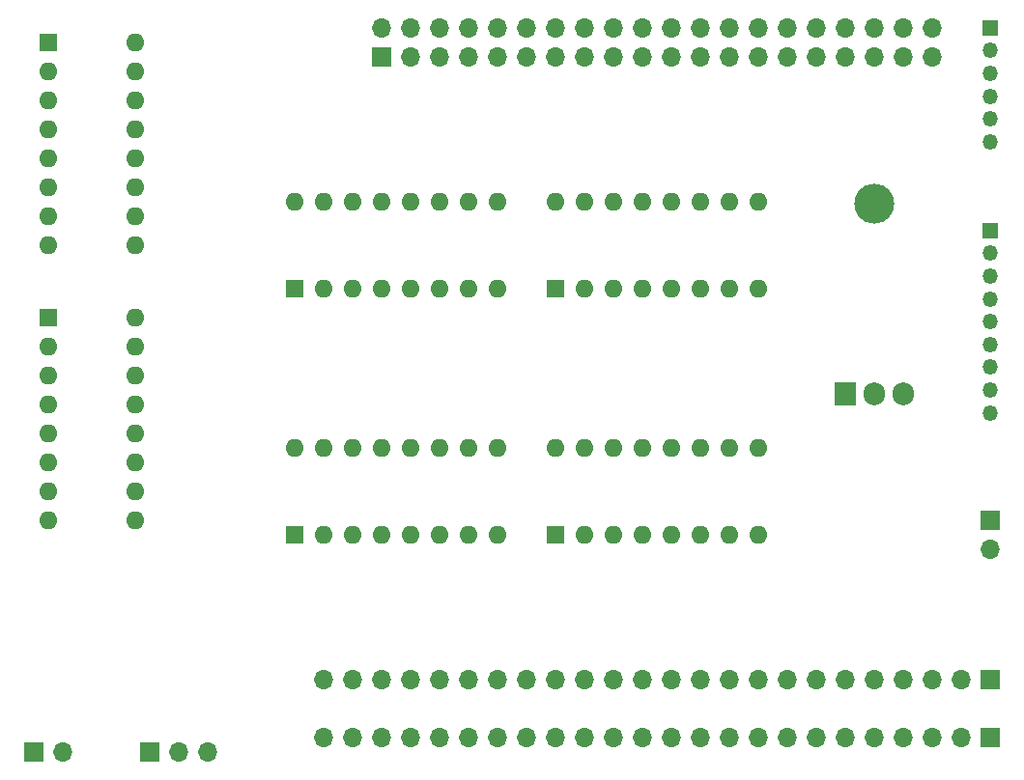
<source format=gbs>
%TF.GenerationSoftware,KiCad,Pcbnew,7.0.8*%
%TF.CreationDate,2023-10-23T01:27:40-07:00*%
%TF.ProjectId,motherboard,6d6f7468-6572-4626-9f61-72642e6b6963,1*%
%TF.SameCoordinates,Original*%
%TF.FileFunction,Soldermask,Bot*%
%TF.FilePolarity,Negative*%
%FSLAX46Y46*%
G04 Gerber Fmt 4.6, Leading zero omitted, Abs format (unit mm)*
G04 Created by KiCad (PCBNEW 7.0.8) date 2023-10-23 01:27:40*
%MOMM*%
%LPD*%
G01*
G04 APERTURE LIST*
%ADD10R,1.600000X1.600000*%
%ADD11O,1.600000X1.600000*%
%ADD12R,1.700000X1.700000*%
%ADD13O,1.700000X1.700000*%
%ADD14R,1.350000X1.350000*%
%ADD15O,1.350000X1.350000*%
%ADD16O,3.500000X3.500000*%
%ADD17R,1.905000X2.000000*%
%ADD18O,1.905000X2.000000*%
G04 APERTURE END LIST*
D10*
%TO.C,U1*%
X124450000Y-85080000D03*
D11*
X126990000Y-85080000D03*
X129530000Y-85080000D03*
X132070000Y-85080000D03*
X134610000Y-85080000D03*
X137150000Y-85080000D03*
X139690000Y-85080000D03*
X142230000Y-85080000D03*
X142230000Y-77460000D03*
X139690000Y-77460000D03*
X137150000Y-77460000D03*
X134610000Y-77460000D03*
X132070000Y-77460000D03*
X129530000Y-77460000D03*
X126990000Y-77460000D03*
X124450000Y-77460000D03*
%TD*%
D12*
%TO.C,J2*%
X185420000Y-119380000D03*
D13*
X182880000Y-119380000D03*
X180340000Y-119380000D03*
X177800000Y-119380000D03*
X175260000Y-119380000D03*
X172720000Y-119380000D03*
X170180000Y-119380000D03*
X167640000Y-119380000D03*
X165100000Y-119380000D03*
X162560000Y-119380000D03*
X160020000Y-119380000D03*
X157480000Y-119380000D03*
X154940000Y-119380000D03*
X152400000Y-119380000D03*
X149860000Y-119380000D03*
X147320000Y-119380000D03*
X144780000Y-119380000D03*
X142240000Y-119380000D03*
X139700000Y-119380000D03*
X137160000Y-119380000D03*
X134620000Y-119380000D03*
X132080000Y-119380000D03*
X129540000Y-119380000D03*
X127000000Y-119380000D03*
%TD*%
D10*
%TO.C,U2*%
X147320000Y-85090000D03*
D11*
X149860000Y-85090000D03*
X152400000Y-85090000D03*
X154940000Y-85090000D03*
X157480000Y-85090000D03*
X160020000Y-85090000D03*
X162560000Y-85090000D03*
X165100000Y-85090000D03*
X165100000Y-77470000D03*
X162560000Y-77470000D03*
X160020000Y-77470000D03*
X157480000Y-77470000D03*
X154940000Y-77470000D03*
X152400000Y-77470000D03*
X149860000Y-77470000D03*
X147320000Y-77470000D03*
%TD*%
D10*
%TO.C,U3*%
X124460000Y-106680000D03*
D11*
X127000000Y-106680000D03*
X129540000Y-106680000D03*
X132080000Y-106680000D03*
X134620000Y-106680000D03*
X137160000Y-106680000D03*
X139700000Y-106680000D03*
X142240000Y-106680000D03*
X142240000Y-99060000D03*
X139700000Y-99060000D03*
X137160000Y-99060000D03*
X134620000Y-99060000D03*
X132080000Y-99060000D03*
X129540000Y-99060000D03*
X127000000Y-99060000D03*
X124460000Y-99060000D03*
%TD*%
D14*
%TO.C,J5*%
X185420000Y-62230000D03*
D15*
X185420000Y-64230000D03*
X185420000Y-66230000D03*
X185420000Y-68230000D03*
X185420000Y-70230000D03*
X185420000Y-72230000D03*
%TD*%
D10*
%TO.C,U6*%
X102870000Y-87630000D03*
D11*
X102870000Y-90170000D03*
X102870000Y-92710000D03*
X102870000Y-95250000D03*
X102870000Y-97790000D03*
X102870000Y-100330000D03*
X102870000Y-102870000D03*
X102870000Y-105410000D03*
X110490000Y-105410000D03*
X110490000Y-102870000D03*
X110490000Y-100330000D03*
X110490000Y-97790000D03*
X110490000Y-95250000D03*
X110490000Y-92710000D03*
X110490000Y-90170000D03*
X110490000Y-87630000D03*
%TD*%
D12*
%TO.C,J4*%
X185420000Y-105410000D03*
D13*
X185420000Y-107950000D03*
%TD*%
D12*
%TO.C,J1*%
X185420000Y-124460000D03*
D13*
X182880000Y-124460000D03*
X180340000Y-124460000D03*
X177800000Y-124460000D03*
X175260000Y-124460000D03*
X172720000Y-124460000D03*
X170180000Y-124460000D03*
X167640000Y-124460000D03*
X165100000Y-124460000D03*
X162560000Y-124460000D03*
X160020000Y-124460000D03*
X157480000Y-124460000D03*
X154940000Y-124460000D03*
X152400000Y-124460000D03*
X149860000Y-124460000D03*
X147320000Y-124460000D03*
X144780000Y-124460000D03*
X142240000Y-124460000D03*
X139700000Y-124460000D03*
X137160000Y-124460000D03*
X134620000Y-124460000D03*
X132080000Y-124460000D03*
X129540000Y-124460000D03*
X127000000Y-124460000D03*
%TD*%
D12*
%TO.C,J8*%
X111760000Y-125730000D03*
D13*
X114300000Y-125730000D03*
X116840000Y-125730000D03*
%TD*%
D16*
%TO.C,U7*%
X175260000Y-77660000D03*
D17*
X172720000Y-94320000D03*
D18*
X175260000Y-94320000D03*
X177800000Y-94320000D03*
%TD*%
D12*
%TO.C,J6*%
X101600000Y-125730000D03*
D13*
X104140000Y-125730000D03*
%TD*%
D14*
%TO.C,J7*%
X185420000Y-80010000D03*
D15*
X185420000Y-82010000D03*
X185420000Y-84010000D03*
X185420000Y-86010000D03*
X185420000Y-88010000D03*
X185420000Y-90010000D03*
X185420000Y-92010000D03*
X185420000Y-94010000D03*
X185420000Y-96010000D03*
%TD*%
D10*
%TO.C,U4*%
X147320000Y-106680000D03*
D11*
X149860000Y-106680000D03*
X152400000Y-106680000D03*
X154940000Y-106680000D03*
X157480000Y-106680000D03*
X160020000Y-106680000D03*
X162560000Y-106680000D03*
X165100000Y-106680000D03*
X165100000Y-99060000D03*
X162560000Y-99060000D03*
X160020000Y-99060000D03*
X157480000Y-99060000D03*
X154940000Y-99060000D03*
X152400000Y-99060000D03*
X149860000Y-99060000D03*
X147320000Y-99060000D03*
%TD*%
D10*
%TO.C,U5*%
X102870000Y-63500000D03*
D11*
X102870000Y-66040000D03*
X102870000Y-68580000D03*
X102870000Y-71120000D03*
X102870000Y-73660000D03*
X102870000Y-76200000D03*
X102870000Y-78740000D03*
X102870000Y-81280000D03*
X110490000Y-81280000D03*
X110490000Y-78740000D03*
X110490000Y-76200000D03*
X110490000Y-73660000D03*
X110490000Y-71120000D03*
X110490000Y-68580000D03*
X110490000Y-66040000D03*
X110490000Y-63500000D03*
%TD*%
D12*
%TO.C,J3*%
X132080000Y-64770000D03*
D13*
X132080000Y-62230000D03*
X134620000Y-64770000D03*
X134620000Y-62230000D03*
X137160000Y-64770000D03*
X137160000Y-62230000D03*
X139700000Y-64770000D03*
X139700000Y-62230000D03*
X142240000Y-64770000D03*
X142240000Y-62230000D03*
X144780000Y-64770000D03*
X144780000Y-62230000D03*
X147320000Y-64770000D03*
X147320000Y-62230000D03*
X149860000Y-64770000D03*
X149860000Y-62230000D03*
X152400000Y-64770000D03*
X152400000Y-62230000D03*
X154940000Y-64770000D03*
X154940000Y-62230000D03*
X157480000Y-64770000D03*
X157480000Y-62230000D03*
X160020000Y-64770000D03*
X160020000Y-62230000D03*
X162560000Y-64770000D03*
X162560000Y-62230000D03*
X165100000Y-64770000D03*
X165100000Y-62230000D03*
X167640000Y-64770000D03*
X167640000Y-62230000D03*
X170180000Y-64770000D03*
X170180000Y-62230000D03*
X172720000Y-64770000D03*
X172720000Y-62230000D03*
X175260000Y-64770000D03*
X175260000Y-62230000D03*
X177800000Y-64770000D03*
X177800000Y-62230000D03*
X180340000Y-64770000D03*
X180340000Y-62230000D03*
%TD*%
M02*

</source>
